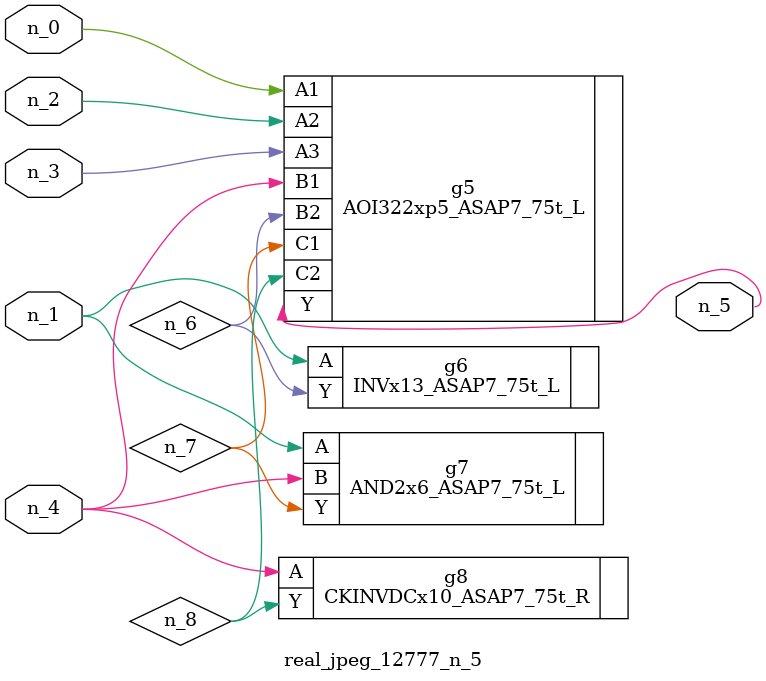
<source format=v>
module real_jpeg_12777_n_5 (n_4, n_0, n_1, n_2, n_3, n_5);

input n_4;
input n_0;
input n_1;
input n_2;
input n_3;

output n_5;

wire n_8;
wire n_6;
wire n_7;

AOI322xp5_ASAP7_75t_L g5 ( 
.A1(n_0),
.A2(n_2),
.A3(n_3),
.B1(n_4),
.B2(n_6),
.C1(n_7),
.C2(n_8),
.Y(n_5)
);

INVx13_ASAP7_75t_L g6 ( 
.A(n_1),
.Y(n_6)
);

AND2x6_ASAP7_75t_L g7 ( 
.A(n_1),
.B(n_4),
.Y(n_7)
);

CKINVDCx10_ASAP7_75t_R g8 ( 
.A(n_4),
.Y(n_8)
);


endmodule
</source>
